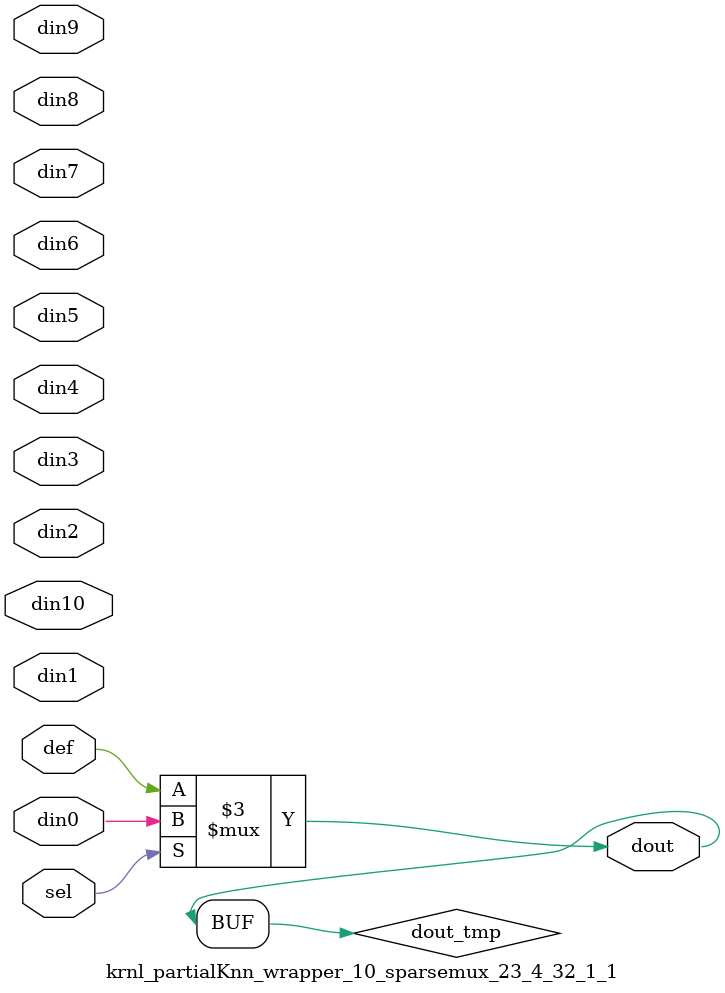
<source format=v>
`timescale 1ns / 1ps

module krnl_partialKnn_wrapper_10_sparsemux_23_4_32_1_1 (din0,din1,din2,din3,din4,din5,din6,din7,din8,din9,din10,def,sel,dout);

parameter din0_WIDTH = 1;

parameter din1_WIDTH = 1;

parameter din2_WIDTH = 1;

parameter din3_WIDTH = 1;

parameter din4_WIDTH = 1;

parameter din5_WIDTH = 1;

parameter din6_WIDTH = 1;

parameter din7_WIDTH = 1;

parameter din8_WIDTH = 1;

parameter din9_WIDTH = 1;

parameter din10_WIDTH = 1;

parameter def_WIDTH = 1;
parameter sel_WIDTH = 1;
parameter dout_WIDTH = 1;

parameter [sel_WIDTH-1:0] CASE0 = 1;

parameter [sel_WIDTH-1:0] CASE1 = 1;

parameter [sel_WIDTH-1:0] CASE2 = 1;

parameter [sel_WIDTH-1:0] CASE3 = 1;

parameter [sel_WIDTH-1:0] CASE4 = 1;

parameter [sel_WIDTH-1:0] CASE5 = 1;

parameter [sel_WIDTH-1:0] CASE6 = 1;

parameter [sel_WIDTH-1:0] CASE7 = 1;

parameter [sel_WIDTH-1:0] CASE8 = 1;

parameter [sel_WIDTH-1:0] CASE9 = 1;

parameter [sel_WIDTH-1:0] CASE10 = 1;

parameter ID = 1;
parameter NUM_STAGE = 1;



input [din0_WIDTH-1:0] din0;

input [din1_WIDTH-1:0] din1;

input [din2_WIDTH-1:0] din2;

input [din3_WIDTH-1:0] din3;

input [din4_WIDTH-1:0] din4;

input [din5_WIDTH-1:0] din5;

input [din6_WIDTH-1:0] din6;

input [din7_WIDTH-1:0] din7;

input [din8_WIDTH-1:0] din8;

input [din9_WIDTH-1:0] din9;

input [din10_WIDTH-1:0] din10;

input [def_WIDTH-1:0] def;
input [sel_WIDTH-1:0] sel;

output [dout_WIDTH-1:0] dout;



reg [dout_WIDTH-1:0] dout_tmp;

always @ (*) begin
case (sel)
    
    CASE0 : dout_tmp = din0;
    
    CASE1 : dout_tmp = din1;
    
    CASE2 : dout_tmp = din2;
    
    CASE3 : dout_tmp = din3;
    
    CASE4 : dout_tmp = din4;
    
    CASE5 : dout_tmp = din5;
    
    CASE6 : dout_tmp = din6;
    
    CASE7 : dout_tmp = din7;
    
    CASE8 : dout_tmp = din8;
    
    CASE9 : dout_tmp = din9;
    
    CASE10 : dout_tmp = din10;
    
    default : dout_tmp = def;
endcase
end


assign dout = dout_tmp;



endmodule

</source>
